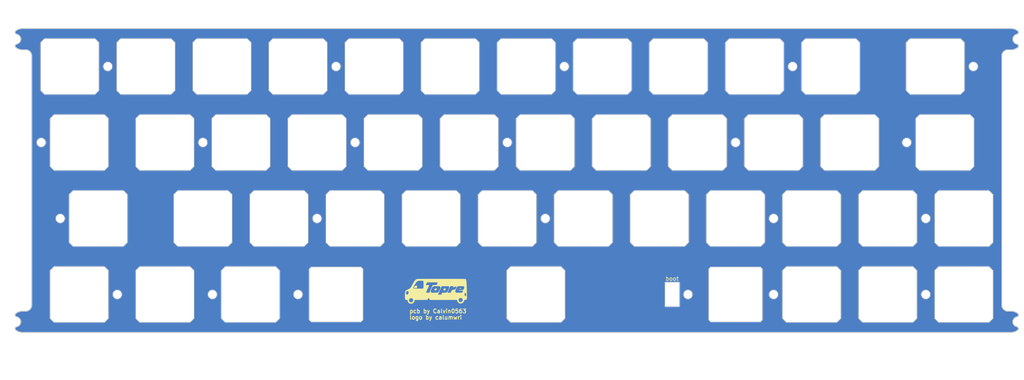
<source format=kicad_pcb>
(kicad_pcb (version 20240108) (generator "pcbnew") (generator_version "8.0")
  (layers (0 "F.Cu" signal) (31 "B.Cu" signal) (34 "B.Paste" user) (35 "F.Paste" user) (36 "B.SilkS" user "B.Silkscreen") (37 "F.SilkS" user "F.Silkscreen") (38 "B.Mask" user) (39 "F.Mask" user) (44 "Edge.Cuts" user))
  (net 0 "")
  (net 1 "GND")
  (footprint "cipulot_parts:ecs_plate_cut_1U" (layer "F.Cu") (at 146.84375 30.95625)
    (property "Reference" "REF**")
    (property "Value" "Value " (hide yes))
    (fp_line (start -7.3 -6) (end -7.3 6) (stroke (width 0.12)) (layer "Edge.Cuts"))
    (fp_line (start -7.3 6) (end -6.3 7) (stroke (width 0.12)) (layer "Edge.Cuts"))
    (fp_line (start -6.3 -7) (end -7.3 -6) (stroke (width 0.12)) (layer "Edge.Cuts"))
    (fp_line (start -6.3 7) (end 6.3 7) (stroke (width 0.12)) (layer "Edge.Cuts"))
    (fp_line (start 6.3 -7) (end -6.3 -7) (stroke (width 0.12)) (layer "Edge.Cuts"))
    (fp_line (start 6.3 -7) (end 7.3 -6) (stroke (width 0.12)) (layer "Edge.Cuts"))
    (fp_line (start 6.3 7) (end 7.3 6) (stroke (width 0.12)) (layer "Edge.Cuts"))
    (fp_line (start 7.3 6) (end 7.3 -6) (stroke (width 0.12)) (layer "Edge.Cuts"))
  )
  (footprint "cipulot_parts:ecs_plate_cut_1U" (layer "F.Cu") (at 56.35625 88.10625)
    (property "Reference" "REF**")
    (property "Value" "Value " (hide yes))
    (fp_line (start -7.3 -6) (end -7.3 6) (stroke (width 0.12)) (layer "Edge.Cuts"))
    (fp_line (start -7.3 6) (end -6.3 7) (stroke (width 0.12)) (layer "Edge.Cuts"))
    (fp_line (start -6.3 -7) (end -7.3 -6) (stroke (width 0.12)) (layer "Edge.Cuts"))
    (fp_line (start -6.3 7) (end 6.3 7) (stroke (width 0.12)) (layer "Edge.Cuts"))
    (fp_line (start 6.3 -7) (end -6.3 -7) (stroke (width 0.12)) (layer "Edge.Cuts"))
    (fp_line (start 6.3 -7) (end 7.3 -6) (stroke (width 0.12)) (layer "Edge.Cuts"))
    (fp_line (start 6.3 7) (end 7.3 6) (stroke (width 0.12)) (layer "Edge.Cuts"))
    (fp_line (start 7.3 6) (end 7.3 -6) (stroke (width 0.12)) (layer "Edge.Cuts"))
  )
  (footprint "cipulot_parts:ecs_plate_cut_1U" (layer "F.Cu") (at 34.925 88.10625)
    (property "Reference" "REF**")
    (property "Value" "Value " (hide yes))
    (fp_line (start -7.3 -6) (end -7.3 6) (stroke (width 0.12)) (layer "Edge.Cuts"))
    (fp_line (start -7.3 6) (end -6.3 7) (stroke (width 0.12)) (layer "Edge.Cuts"))
    (fp_line (start -6.3 -7) (end -7.3 -6) (stroke (width 0.12)) (layer "Edge.Cuts"))
    (fp_line (start -6.3 7) (end 6.3 7) (stroke (width 0.12)) (layer "Edge.Cuts"))
    (fp_line (start 6.3 -7) (end -6.3 -7) (stroke (width 0.12)) (layer "Edge.Cuts"))
    (fp_line (start 6.3 -7) (end 7.3 -6) (stroke (width 0.12)) (layer "Edge.Cuts"))
    (fp_line (start 6.3 7) (end 7.3 6) (stroke (width 0.12)) (layer "Edge.Cuts"))
    (fp_line (start 7.3 6) (end 7.3 -6) (stroke (width 0.12)) (layer "Edge.Cuts"))
  )
  (footprint "cipulot_parts:ecs_plate_cut_1U" (layer "F.Cu") (at 113.50625 50.00625)
    (property "Reference" "REF**")
    (property "Value" "Value " (hide yes))
    (fp_line (start -7.3 -6) (end -7.3 6) (stroke (width 0.12)) (layer "Edge.Cuts"))
    (fp_line (start -7.3 6) (end -6.3 7) (stroke (width 0.12)) (layer "Edge.Cuts"))
    (fp_line (start -6.3 -7) (end -7.3 -6) (stroke (width 0.12)) (layer "Edge.Cuts"))
    (fp_line (start -6.3 7) (end 6.3 7) (stroke (width 0.12)) (layer "Edge.Cuts"))
    (fp_line (start 6.3 -7) (end -6.3 -7) (stroke (width 0.12)) (layer "Edge.Cuts"))
    (fp_line (start 6.3 -7) (end 7.3 -6) (stroke (width 0.12)) (layer "Edge.Cuts"))
    (fp_line (start 6.3 7) (end 7.3 6) (stroke (width 0.12)) (layer "Edge.Cuts"))
    (fp_line (start 7.3 6) (end 7.3 -6) (stroke (width 0.12)) (layer "Edge.Cuts"))
  )
  (footprint "cipulot_parts:ecs_plate_cut_1U" (layer "F.Cu") (at 180.18125 69.05625)
    (property "Reference" "REF**")
    (property "Value" "Value " (hide yes))
    (fp_line (start -7.3 -6) (end -7.3 6) (stroke (width 0.12)) (layer "Edge.Cuts"))
    (fp_line (start -7.3 6) (end -6.3 7) (stroke (width 0.12)) (layer "Edge.Cuts"))
    (fp_line (start -6.3 -7) (end -7.3 -6) (stroke (width 0.12)) (layer "Edge.Cuts"))
    (fp_line (start -6.3 7) (end 6.3 7) (stroke (width 0.12)) (layer "Edge.Cuts"))
    (fp_line (start 6.3 -7) (end -6.3 -7) (stroke (width 0.12)) (layer "Edge.Cuts"))
    (fp_line (start 6.3 -7) (end 7.3 -6) (stroke (width 0.12)) (layer "Edge.Cuts"))
    (fp_line (start 6.3 7) (end 7.3 6) (stroke (width 0.12)) (layer "Edge.Cuts"))
    (fp_line (start 7.3 6) (end 7.3 -6) (stroke (width 0.12)) (layer "Edge.Cuts"))
  )
  (footprint "cipulot_parts:ecs_plate_cut_1U" (layer "F.Cu") (at 94.45625 50.00625)
    (property "Reference" "REF**")
    (property "Value" "Value " (hide yes))
    (fp_line (start -7.3 -6) (end -7.3 6) (stroke (width 0.12)) (layer "Edge.Cuts"))
    (fp_line (start -7.3 6) (end -6.3 7) (stroke (width 0.12)) (layer "Edge.Cuts"))
    (fp_line (start -6.3 -7) (end -7.3 -6) (stroke (width 0.12)) (layer "Edge.Cuts"))
    (fp_line (start -6.3 7) (end 6.3 7) (stroke (width 0.12)) (layer "Edge.Cuts"))
    (fp_line (start 6.3 -7) (end -6.3 -7) (stroke (width 0.12)) (layer "Edge.Cuts"))
    (fp_line (start 6.3 -7) (end 7.3 -6) (stroke (width 0.12)) (layer "Edge.Cuts"))
    (fp_line (start 6.3 7) (end 7.3 6) (stroke (width 0.12)) (layer "Edge.Cuts"))
    (fp_line (start 7.3 6) (end 7.3 -6) (stroke (width 0.12)) (layer "Edge.Cuts"))
  )
  (footprint "cipulot_parts:ecs_plate_cut_1U" (layer "F.Cu") (at 75.40625 50.00625)
    (property "Reference" "REF**")
    (property "Value" "Value " (hide yes))
    (fp_line (start -7.3 -6) (end -7.3 6) (stroke (width 0.12)) (layer "Edge.Cuts"))
    (fp_line (start -7.3 6) (end -6.3 7) (stroke (width 0.12)) (layer "Edge.Cuts"))
    (fp_line (start -6.3 -7) (end -7.3 -6) (stroke (width 0.12)) (layer "Edge.Cuts"))
    (fp_line (start -6.3 7) (end 6.3 7) (stroke (width 0.12)) (layer "Edge.Cuts"))
    (fp_line (start 6.3 -7) (end -6.3 -7) (stroke (width 0.12)) (layer "Edge.Cuts"))
    (fp_line (start 6.3 -7) (end 7.3 -6) (stroke (width 0.12)) (layer "Edge.Cuts"))
    (fp_line (start 6.3 7) (end 7.3 6) (stroke (width 0.12)) (layer "Edge.Cuts"))
    (fp_line (start 7.3 6) (end 7.3 -6) (stroke (width 0.12)) (layer "Edge.Cuts"))
  )
  (footprint "cipulot_parts:ecs_plate_cut_1U" (layer "F.Cu") (at 223.04375 30.95625)
    (property "Reference" "REF**")
    (property "Value" "Value " (hide yes))
    (fp_line (start -7.3 -6) (end -7.3 6) (stroke (width 0.12)) (layer "Edge.Cuts"))
    (fp_line (start -7.3 6) (end -6.3 7) (stroke (width 0.12)) (layer "Edge.Cuts"))
    (fp_line (start -6.3 -7) (end -7.3 -6) (stroke (width 0.12)) (layer "Edge.Cuts"))
    (fp_line (start -6.3 7) (end 6.3 7) (stroke (width 0.12)) (layer "Edge.Cuts"))
    (fp_line (start 6.3 -7) (end -6.3 -7) (stroke (width 0.12)) (layer "Edge.Cuts"))
    (fp_line (start 6.3 -7) (end 7.3 -6) (stroke (width 0.12)) (layer "Edge.Cuts"))
    (fp_line (start 6.3 7) (end 7.3 6) (stroke (width 0.12)) (layer "Edge.Cuts"))
    (fp_line (start 7.3 6) (end 7.3 -6) (stroke (width 0.12)) (layer "Edge.Cuts"))
  )
  (footprint "cipulot_parts:ecs_plate_cut_1U" (layer "F.Cu") (at 251.61875 50.00625)
    (property "Reference" "REF**")
    (property "Value" "Value " (hide yes))
    (fp_line (start -7.3 -6) (end -7.3 6) (stroke (width 0.12)) (layer "Edge.Cuts"))
    (fp_line (start -7.3 6) (end -6.3 7) (stroke (width 0.12)) (layer "Edge.Cuts"))
    (fp_line (start -6.3 -7) (end -7.3 -6) (stroke (width 0.12)) (layer "Edge.Cuts"))
    (fp_line (start -6.3 7) (end 6.3 7) (stroke (width 0.12)) (layer "Edge.Cuts"))
    (fp_line (start 6.3 -7) (end -6.3 -7) (stroke (width 0.12)) (layer "Edge.Cuts"))
    (fp_line (start 6.3 -7) (end 7.3 -6) (stroke (width 0.12)) (layer "Edge.Cuts"))
    (fp_line (start 6.3 7) (end 7.3 6) (stroke (width 0.12)) (layer "Edge.Cuts"))
    (fp_line (start 7.3 6) (end 7.3 -6) (stroke (width 0.12)) (layer "Edge.Cuts"))
  )
  (footprint "cipulot_parts:ecs_plate_cut_1U" (layer "F.Cu") (at 249.2375 30.95625)
    (property "Reference" "REF**")
    (property "Value" "Value " (hide yes))
    (fp_line (start -7.3 -6) (end -7.3 6) (stroke (width 0.12)) (layer "Edge.Cuts"))
    (fp_line (start -7.3 6) (end -6.3 7) (stroke (width 0.12)) (layer "Edge.Cuts"))
    (fp_line (start -6.3 -7) (end -7.3 -6) (stroke (width 0.12)) (layer "Edge.Cuts"))
    (fp_line (start -6.3 7) (end 6.3 7) (stroke (width 0.12)) (layer "Edge.Cuts"))
    (fp_line (start 6.3 -7) (end -6.3 -7) (stroke (width 0.12)) (layer "Edge.Cuts"))
    (fp_line (start 6.3 -7) (end 7.3 -6) (stroke (width 0.12)) (layer "Edge.Cuts"))
    (fp_line (start 6.3 7) (end 7.3 6) (stroke (width 0.12)) (layer "Edge.Cuts"))
    (fp_line (start 7.3 6) (end 7.3 -6) (stroke (width 0.12)) (layer "Edge.Cuts"))
  )
  (footprint "cipulot_parts:ecs_plate_cut_1U" (layer "F.Cu") (at 127.79375 30.95625)
    (property "Reference" "REF**")
    (property "Value" "Value " (hide yes))
    (fp_line (start -7.3 -6) (end -7.3 6) (stroke (width 0.12)) (layer "Edge.Cuts"))
    (fp_line (start -7.3 6) (end -6.3 7) (stroke (width 0.12)) (layer "Edge.Cuts"))
    (fp_line (start -6.3 -7) (end -7.3 -6) (stroke (width 0.12)) (layer "Edge.Cuts"))
    (fp_line (start -6.3 7) (end 6.3 7) (stroke (width 0.12)) (layer "Edge.Cuts"))
    (fp_line (start 6.3 -7) (end -6.3 -7) (stroke (width 0.12)) (layer "Edge.Cuts"))
    (fp_line (start 6.3 -7) (end 7.3 -6) (stroke (width 0.12)) (layer "Edge.Cuts"))
    (fp_line (start 6.3 7) (end 7.3 6) (stroke (width 0.12)) (layer "Edge.Cuts"))
    (fp_line (start 7.3 6) (end 7.3 -6) (stroke (width 0.12)) (layer "Edge.Cuts"))
  )
  (footprint "LOGO" (layer "F.Cu") (at 123.825 87.3125)
    (property "Reference" "G***" (hide yes))
    (property "Value" "LOGO" (hide yes))
  )
  (footprint "cipulot_parts:ecs_plate_cut_1U" (layer "F.Cu") (at 208.75625 50.00625)
    (property "Reference" "REF**")
    (property "Value" "Value " (hide yes))
    (fp_line (start -7.3 -6) (end -7.3 6) (stroke (width 0.12)) (layer "Edge.Cuts"))
    (fp_line (start -7.3 6) (end -6.3 7) (stroke (width 0.12)) (layer "Edge.Cuts"))
    (fp_line (start -6.3 -7) (end -7.3 -6) (stroke (width 0.12)) (layer "Edge.Cuts"))
    (fp_line (start -6.3 7) (end 6.3 7) (stroke (width 0.12)) (layer "Edge.Cuts"))
    (fp_line (start 6.3 -7) (end -6.3 -7) (stroke (width 0.12)) (layer "Edge.Cuts"))
    (fp_line (start 6.3 -7) (end 7.3 -6) (stroke (width 0.12)) (layer "Edge.Cuts"))
    (fp_line (start 6.3 7) (end 7.3 6) (stroke (width 0.12)) (layer "Edge.Cuts"))
    (fp_line (start 7.3 6) (end 7.3 -6) (stroke (width 0.12)) (layer "Edge.Cuts"))
  )
  (footprint "cipulot_parts:ecs_plate_cut_1U" (layer "F.Cu") (at 84.93125 69.05625)
    (property "Reference" "REF**")
    (property "Value" "Value " (hide yes))
    (fp_line (start -7.3 -6) (end -7.3 6) (stroke (width 0.12)) (layer "Edge.Cuts"))
    (fp_line (start -7.3 6) (end -6.3 7) (stroke (width 0.12)) (layer "Edge.Cuts"))
    (fp_line (start -6.3 -7) (end -7.3 -6) (stroke (width 0.12)) (layer "Edge.Cuts"))
    (fp_line (start -6.3 7) (end 6.3 7) (stroke (width 0.12)) (layer "Edge.Cuts"))
    (fp_line (start 6.3 -7) (end -6.3 -7) (stroke (width 0.12)) (layer "Edge.Cuts"))
    (fp_line (start 6.3 -7) (end 7.3 -6) (stroke (width 0.12)) (layer "Edge.Cuts"))
    (fp_line (start 6.3 7) (end 7.3 6) (stroke (width 0.12)) (layer "Edge.Cuts"))
    (fp_line (start 7.3 6) (end 7.3 -6) (stroke (width 0.12)) (layer "Edge.Cuts"))
  )
  (footprint "cipulot_parts:ecs_plate_cut_1U" (layer "F.Cu") (at 39.6875 69.05625)
    (property "Reference" "REF**")
    (property "Value" "Value " (hide yes))
    (fp_line (start -7.3 -6) (end -7.3 6) (stroke (width 0.12)) (layer "Edge.Cuts"))
    (fp_line (start -7.3 6) (end -6.3 7) (stroke (width 0.12)) (layer "Edge.Cuts"))
    (fp_line (start -6.3 -7) (end -7.3 -6) (stroke (width 0.12)) (layer "Edge.Cuts"))
    (fp_line (start -6.3 7) (end 6.3 7) (stroke (width 0.12)) (layer "Edge.Cuts"))
    (fp_line (start 6.3 -7) (end -6.3 -7) (stroke (width 0.12)) (layer "Edge.Cuts"))
    (fp_line (start 6.3 -7) (end 7.3 -6) (stroke (width 0.12)) (layer "Edge.Cuts"))
    (fp_line (start 6.3 7) (end 7.3 6) (stroke (width 0.12)) (layer "Edge.Cuts"))
    (fp_line (start 7.3 6) (end 7.3 -6) (stroke (width 0.12)) (layer "Edge.Cuts"))
  )
  (footprint "cipulot_parts:ecs_plate_cut_1U" (layer "F.Cu") (at 199.23125 69.05625)
    (property "Reference" "REF**")
    (property "Value" "Value " (hide yes))
    (fp_line (start -7.3 -6) (end -7.3 6) (stroke (width 0.12)) (layer "Edge.Cuts"))
    (fp_line (start -7.3 6) (end -6.3 7) (stroke (width 0.12)) (layer "Edge.Cuts"))
    (fp_line (start -6.3 -7) (end -7.3 -6) (stroke (width 0.12)) (layer "Edge.Cuts"))
    (fp_line (start -6.3 7) (end 6.3 7) (stroke (width 0.12)) (layer "Edge.Cuts"))
    (fp_line (start 6.3 -7) (end -6.3 -7) (stroke (width 0.12)) (layer "Edge.Cuts"))
    (fp_line (start 6.3 -7) (end 7.3 -6) (stroke (width 0.12)) (layer "Edge.Cuts"))
    (fp_line (start 6.3 7) (end 7.3 6) (stroke (width 0.12)) (layer "Edge.Cuts"))
    (fp_line (start 7.3 6) (end 7.3 -6) (stroke (width 0.12)) (layer "Edge.Cuts"))
  )
  (footprint "cipulot_parts:ecs_plate_cut_1U" (layer "F.Cu") (at 149.225 88.10625)
    (property "Reference" "REF**")
    (property "Value" "Value " (hide yes))
    (fp_line (start -7.3 -6) (end -7.3 6) (stroke (width 0.12)) (layer "Edge.Cuts"))
    (fp_line (start -7.3 6) (end -6.3 7) (stroke (width 0.12)) (layer "Edge.Cuts"))
    (fp_line (start -6.3 -7) (end -7.3 -6) (stroke (width 0.12)) (layer "Edge.Cuts"))
    (fp_line (start -6.3 7) (end 6.3 7) (stroke (width 0.12)) (layer "Edge.Cuts"))
    (fp_line (start 6.3 -7) (end -6.3 -7) (stroke (width 0.12)) (layer "Edge.Cuts"))
    (fp_line (start 6.3 -7) (end 7.3 -6) (stroke (width 0.12)) (layer "Edge.Cuts"))
    (fp_line (start 6.3 7) (end 7.3 6) (stroke (width 0.12)) (layer "Edge.Cuts"))
    (fp_line (start 7.3 6) (end 7.3 -6) (stroke (width 0.12)) (layer "Edge.Cuts"))
  )
  (footprint "cipulot_parts:ecs_plate_cut_1U" (layer "F.Cu") (at 189.70625 50.00625)
    (property "Reference" "REF**")
    (property "Value" "Value " (hide yes))
    (fp_line (start -7.3 -6) (end -7.3 6) (stroke (width 0.12)) (layer "Edge.Cuts"))
    (fp_line (start -7.3 6) (end -6.3 7) (stroke (width 0.12)) (layer "Edge.Cuts"))
    (fp_line (start -6.3 -7) (end -7.3 -6) (stroke (width 0.12)) (layer "Edge.Cuts"))
    (fp_line (start -6.3 7) (end 6.3 7) (stroke (width 0.12)) (layer "Edge.Cuts"))
    (fp_line (start 6.3 -7) (end -6.3 -7) (stroke (width 0.12)) (layer "Edge.Cuts"))
    (fp_line (start 6.3 -7) (end 7.3 -6) (stroke (width 0.12)) (layer "Edge.Cuts"))
    (fp_line (start 6.3 7) (end 7.3 6) (stroke (width 0.12)) (layer "Edge.Cuts"))
    (fp_line (start 7.3 6) (end 7.3 -6) (stroke (width 0.12)) (layer "Edge.Cuts"))
  )
  (footprint "cipulot_parts:ecs_plate_cut_1U" (layer "F.Cu") (at 34.925 50.00625)
    (property "Reference" "REF**")
    (property "Value" "Value " (hide yes))
    (fp_line (start -7.3 -6) (end -7.3 6) (stroke (width 0.12)) (layer "Edge.Cuts"))
    (fp_line (start -7.3 6) (end -6.3 7) (stroke (width 0.12)) (layer "Edge.Cuts"))
    (fp_line (start -6.3 -7) (end -7.3 -6) (stroke (width 0.12)) (layer "Edge.Cuts"))
    (fp_line (start -6.3 7) (end 6.3 7) (stroke (width 0.12)) (layer "Edge.Cuts"))
    (fp_line (start 6.3 -7) (end -6.3 -7) (stroke (width 0.12)) (layer "Edge.Cuts"))
    (fp_line (start 6.3 -7) (end 7.3 -6) (stroke (width 0.12)) (layer "Edge.Cuts"))
    (fp_line (start 6.3 7) (end 7.3 6) (stroke (width 0.12)) (layer "Edge.Cuts"))
    (fp_line (start 7.3 6) (end 7.3 -6) (stroke (width 0.12)) (layer "Edge.Cuts"))
  )
  (footprint "cipulot_parts:ecs_plate_cut_1U" (layer "F.Cu") (at 56.35625 50.00625)
    (property "Reference" "REF**")
    (property "Value" "Value " (hide yes))
    (fp_line (start -7.3 -6) (end -7.3 6) (stroke (width 0.12)) (layer "Edge.Cuts"))
    (fp_line (start -7.3 6) (end -6.3 7) (stroke (width 0.12)) (layer "Edge.Cuts"))
    (fp_line (start -6.3 -7) (end -7.3 -6) (stroke (width 0.12)) (layer "Edge.Cuts"))
    (fp_line (start -6.3 7) (end 6.3 7) (stroke (width 0.12)) (layer "Edge.Cuts"))
    (fp_line (start 6.3 -7) (end -6.3 -7) (stroke (width 0.12)) (layer "Edge.Cuts"))
    (fp_line (start 6.3 -7) (end 7.3 -6) (stroke (width 0.12)) (layer "Edge.Cuts"))
    (fp_line (start 6.3 7) (end 7.3 6) (stroke (width 0.12)) (layer "Edge.Cuts"))
    (fp_line (start 7.3 6) (end 7.3 -6) (stroke (width 0.12)) (layer "Edge.Cuts"))
  )
  (footprint "cipulot_parts:ecs_plate_cut_1U" (layer "F.Cu") (at 256.38125 88.10625)
    (property "Reference" "REF**")
    (property "Value" "Value " (hide yes))
    (fp_line (start -7.3 -6) (end -7.3 6) (stroke (width 0.12)) (layer "Edge.Cuts"))
    (fp_line (start -7.3 6) (end -6.3 7) (stroke (width 0.12)) (layer "Edge.Cuts"))
    (fp_line (start -6.3 -7) (end -7.3 -6) (stroke (width 0.12)) (layer "Edge.Cuts"))
    (fp_line (start -6.3 7) (end 6.3 7) (stroke (width 0.12)) (layer "Edge.Cuts"))
    (fp_line (start 6.3 -7) (end -6.3 -7) (stroke (width 0.12)) (layer "Edge.Cuts"))
    (fp_line (start 6.3 -7) (end 7.3 -6) (stroke (width 0.12)) (layer "Edge.Cuts"))
    (fp_line (start 6.3 7) (end 7.3 6) (stroke (width 0.12)) (layer "Edge.Cuts"))
    (fp_line (start 7.3 6) (end 7.3 -6) (stroke (width 0.12)) (layer "Edge.Cuts"))
  )
  (footprint "cipulot_parts:ecs_plate_cut_1U" (layer "F.Cu") (at 123.03125 69.05625)
    (property "Reference" "REF**")
    (property "Value" "Value " (hide yes))
    (fp_line (start -7.3 -6) (end -7.3 6) (stroke (width 0.12)) (layer "Edge.Cuts"))
    (fp_line (start -7.3 6) (end -6.3 7) (stroke (width 0.12)) (layer "Edge.Cuts"))
    (fp_line (start -6.3 -7) (end -7.3 -6) (stroke (width 0.12)) (layer "Edge.Cuts"))
    (fp_line (start -6.3 7) (end 6.3 7) (stroke (width 0.12)) (layer "Edge.Cuts"))
    (fp_line (start 6.3 -7) (end -6.3 -7) (stroke (width 0.12)) (layer "Edge.Cuts"))
    (fp_line (start 6.3 -7) (end 7.3 -6) (stroke (width 0.12)) (layer "Edge.Cuts"))
    (fp_line (start 6.3 7) (end 7.3 6) (stroke (width 0.12)) (layer "Edge.Cuts"))
    (fp_line (start 7.3 6) (end 7.3 -6) (stroke (width 0.12)) (layer "Edge.Cuts"))
  )
  (footprint "cipulot_parts:ecs_plate_cut_1U" (layer "F.Cu") (at 32.54375 30.95625)
    (property "Reference" "REF**")
    (property "Value" "Value " (hide yes))
    (fp_line (start -7.3 -6) (end -7.3 6) (stroke (width 0.12)) (layer "Edge.Cuts"))
    (fp_line (start -7.3 6) (end -6.3 7) (stroke (width 0.12)) (layer "Edge.Cuts"))
    (fp_line (start -6.3 -7) (end -7.3 -6) (stroke (width 0.12)) (layer "Edge.Cuts"))
    (fp_line (start -6.3 7) (end 6.3 7) (stroke (width 0.12)) (layer "Edge.Cuts"))
    (fp_line (start 6.3 -7) (end -6.3 -7) (stroke (width 0.12)) (layer "Edge.Cuts"))
    (fp_line (start 6.3 -7) (end 7.3 -6) (stroke (width 0.12)) (layer "Edge.Cuts"))
    (fp_line (start 6.3 7) (end 7.3 6) (stroke (width 0.12)) (layer "Edge.Cuts"))
    (fp_line (start 7.3 6) (end 7.3 -6) (stroke (width 0.12)) (layer "Edge.Cuts"))
  )
  (footprint "cipulot_parts:ecs_plate_cut_1U" (layer "F.Cu") (at 161.13125 69.05625)
    (property "Reference" "REF**")
    (property "Value" "Value " (hide yes))
    (fp_line (start -7.3 -6) (end -7.3 6) (stroke (width 0.12)) (layer "Edge.Cuts"))
    (fp_line (start -7.3 6) (end -6.3 7) (stroke (width 0.12)) (layer "Edge.Cuts"))
    (fp_line (start -6.3 -7) (end -7.3 -6) (stroke (width 0.12)) (layer "Edge.Cuts"))
    (fp_line (start -6.3 7) (end 6.3 7) (stroke (width 0.12)) (layer "Edge.Cuts"))
    (fp_line (start 6.3 -7) (end -6.3 -7) (stroke (width 0.12)) (layer "Edge.Cuts"))
    (fp_line (start 6.3 -7) (end 7.3 -6) (stroke (width 0.12)) (layer "Edge.Cuts"))
    (fp_line (start 6.3 7) (end 7.3 6) (stroke (width 0.12)) (layer "Edge.Cuts"))
    (fp_line (start 7.3 6) (end 7.3 -6) (stroke (width 0.12)) (layer "Edge.Cuts"))
  )
  (footprint "cipulot_parts:ecs_plate_cut_1U" (layer "F.Cu") (at 132.55625 50.00625)
    (property "Reference" "REF**")
    (property "Value" "Value " (hide yes))
    (fp_line (start -7.3 -6) (end -7.3 6) (stroke (width 0.12)) (layer "Edge.Cuts"))
    (fp_line (start -7.3 6) (end -6.3 7) (stroke (width 0.12)) (layer "Edge.Cuts"))
    (fp_line (start -6.3 -7) (end -7.3 -6) (stroke (width 0.12)) (layer "Edge.Cuts"))
    (fp_line (start -6.3 7) (end 6.3 7) (stroke (width 0.12)) (layer "Edge.Cuts"))
    (fp_line (start 6.3 -7) (end -6.3 -7) (stroke (width 0.12)) (layer "Edge.Cuts"))
    (fp_line (start 6.3 -7) (end 7.3 -6) (stroke (width 0.12)) (layer "Edge.Cuts"))
    (fp_line (start 6.3 7) (end 7.3 6) (stroke (width 0.12)) (layer "Edge.Cuts"))
    (fp_line (start 7.3 6) (end 7.3 -6) (stroke (width 0.12)) (layer "Edge.Cuts"))
  )
  (footprint "cipulot_parts:ecs_plate_cut_6.25U_space_stab" (layer "F.Cu") (at 149.225 88.10625)
    (property "Reference" "REF**")
    (property "Value" "Value " (hide yes))
    (fp_line (start -56.7375 -6.3635) (end -56.7375 6.3635) (stroke (width 0.12)) (layer "Edge.Cuts"))
    (fp_line (start -56.7375 6.3635) (end -56.2305 6.8705) (stroke (width 0.12)) (layer "Edge.Cuts"))
    (fp_line (start -56.2305 -6.8705) (end -56.7375 -6.3635) (stroke (width 0.12)) (layer "Edge.Cuts"))
    (fp_line (start -56.2305 6.8705) (end -43.7825 6.8705) (stroke (width 0.12)) (layer "Edge.Cuts"))
    (fp_line (start -43.7825 -6.8705) (end -56.2305 -6.8705) (stroke (width 0.12)) (layer "Edge.Cuts"))
    (fp_line (start -43.7825 6.8705) (end -43.2755 6.3635) (stroke (width 0.12)) (layer "Edge.Cuts"))
    (fp_line (start -43.2755 -6.3635) (end -43.7825 -6.8705) (stroke (width 0.12)) (layer "Edge.Cuts"))
    (fp_line (start -43.2755 6.3635) (end -43.2755 -6.3635) (stroke (width 0.12)) (layer "Edge.Cuts"))
    (fp_line (start 43.2755 -6.3635) (end 43.2755 6.3635) (stroke (width 0.12)) (layer "Edge.Cuts"))
    (fp_line (start 43.2755 -6.3635) (end 43.7755 -6.8705) (stroke (width 0.12)) (layer "Edge.Cuts"))
    (fp_line (start 43.2755 6.3635) (end 43.7825 6.8705) (stroke (width 0.12)) (layer "Edge.Cuts"))
    (fp_line (start 43.7755 -6.8705) (end 56.2375 -6.8705) (stroke (width 0.12)) (layer "Edge.Cuts"))
    (fp_line (start 43.7825 6.8705) (end 56.2305 6.8705) (stroke (width 0.12)) (layer "Edge.Cuts"))
    (fp_line (start 56.2305 6.8705) (end 56.7375 6.3635) (stroke (width 0.12)) (layer "Edge.Cuts"))
    (fp_line (start 56.2375 -6.8705) (end 56.7375 -6.3635) (stroke (width 0.12)) (layer "Edge.Cuts"))
    (fp_line (start 56.7375 6.3635) (end 56.7375 -6.3635) (stroke (width 0.12)) (layer "Edge.Cuts"))
  )
  (footprint "cipulot_parts:ecs_plate_cut_1U" (layer "F.Cu") (at 65.88125 69.05625)
    (property "Reference" "REF**")
    (property "Value" "Value " (hide yes))
    (fp_line (start -7.3 -6) (end -7.3 6) (stroke (width 0.12)) (layer "Edge.Cuts"))
    (fp_line (start -7.3 6) (end -6.3 7) (stroke (width 0.12)) (layer "Edge.Cuts"))
    (fp_line (start -6.3 -7) (end -7.3 -6) (stroke (width 0.12)) (layer "Edge.Cuts"))
    (fp_line (start -6.3 7) (end 6.3 7) (stroke (width 0.12)) (layer "Edge.Cuts"))
    (fp_line (start 6.3 -7) (end -6.3 -7) (stroke (width 0.12)) (layer "Edge.Cuts"))
    (fp_line (start 6.3 -7) (end 7.3 -6) (stroke (width 0.12)) (layer "Edge.Cuts"))
    (fp_line (start 6.3 7) (end 7.3 6) (stroke (width 0.12)) (layer "Edge.Cuts"))
    (fp_line (start 7.3 6) (end 7.3 -6) (stroke (width 0.12)) (layer "Edge.Cuts"))
  )
  (footprint "cipulot_parts:ecs_plate_cut_1U" (layer "F.Cu") (at 108.74375 30.95625)
    (property "Reference" "REF**")
    (property "Value" "Value " (hide yes))
    (fp_line (start -7.3 -6) (end -7.3 6) (stroke (width 0.12)) (layer "Edge.Cuts"))
    (fp_line (start -7.3 6) (end -6.3 7) (stroke (width 0.12)) (layer "Edge.Cuts"))
    (fp_line (start -6.3 -7) (end -7.3 -6) (stroke (width 0.12)) (layer "Edge.Cuts"))
    (fp_line (start -6.3 7) (end 6.3 7) (stroke (width 0.12)) (layer "Edge.Cuts"))
    (fp_line (start 6.3 -7) (end -6.3 -7) (stroke (width 0.12)) (layer "Edge.Cuts"))
    (fp_line (start 6.3 -7) (end 7.3 -6) (stroke (width 0.12)) (layer "Edge.Cuts"))
    (fp_line (start 6.3 7) (end 7.3 6) (stroke (width 0.12)) (layer "Edge.Cuts"))
    (fp_line (start 7.3 6) (end 7.3 -6) (stroke (width 0.12)) (layer "Edge.Cuts"))
  )
  (footprint "cipulot_parts:ecs_plate_cut_1U" (layer "F.Cu") (at 51.59375 30.95625)
    (property "Reference" "REF**")
    (property "Value" "Value " (hide yes))
    (fp_line (start -7.3 -6) (end -7.3 6) (stroke (width 0.12)) (layer "Edge.Cuts"))
    (fp_line (start -7.3 6) (end -6.3 7) (stroke (width 0.12)) (layer "Edge.Cuts"))
    (fp_line (start -6.3 -7) (end -7.3 -6) (stroke (width 0.12)) (layer "Edge.Cuts"))
    (fp_line (start -6.3 7) (end 6.3 7) (stroke (width 0.12)) (layer "Edge.Cuts"))
    (fp_line (start 6.3 -7) (end -6.3 -7) (stroke (width 0.12)) (layer "Edge.Cuts"))
    (fp_line (start 6.3 -7) (end 7.3 -6) (stroke (width 0.12)) (layer "Edge.Cuts"))
    (fp_line (start 6.3 7) (end 7.3 6) (stroke (width 0.12)) (layer "Edge.Cuts"))
    (fp_line (start 7.3 6) (end 7.3 -6) (stroke (width 0.12)) (layer "Edge.Cuts"))
  )
  (footprint "cipulot_parts:ecs_plate_cut_1U" (layer "F.Cu") (at 237.33125 69.05625)
    (property "Reference" "REF**")
    (property "Value" "Value " (hide yes))
    (fp_line (start -7.3 -6) (end -7.3 6) (stroke (width 0.12)) (layer "Edge.Cuts"))
    (fp_line (start -7.3 6) (end -6.3 7) (stroke (width 0.12)) (layer "Edge.Cuts"))
    (fp_line (start -6.3 -7) (end -7.3 -6) (stroke (width 0.12)) (layer "Edge.Cuts"))
    (fp_line (start -6.3 7) (end 6.3 7) (stroke (width 0.12)) (layer "Edge.Cuts"))
    (fp_line (start 6.3 -7) (end -6.3 -7) (stroke (width 0.12)) (layer "Edge.Cuts"))
    (fp_line (start 6.3 -7) (end 7.3 -6) (stroke (width 0.12)) (layer "Edge.Cuts"))
    (fp_line (start 6.3 7) (end 7.3 6) (stroke (width 0.12)) (layer "Edge.Cuts"))
    (fp_line (start 7.3 6) (end 7.3 -6) (stroke (width 0.12)) (layer "Edge.Cuts"))
  )
  (footprint "cipulot_parts:ecs_plate_cut_1U" (layer "F.Cu") (at 256.38125 69.05625)
    (property "Reference" "REF**")
    (property "Value" "Value " (hide yes))
    (fp_line (start -7.3 -6) (end -7.3 6) (stroke (width 0.12)) (layer "Edge.Cuts"))
    (fp_line (start -7.3 6) (end -6.3 7) (stroke (width 0.12)) (layer "Edge.Cuts"))
    (fp_line (start -6.3 -7) (end -7.3 -6) (stroke (width 0.12)) (layer "Edge.Cuts"))
    (fp_line (start -6.3 7) (end 6.3 7) (stroke (width 0.12)) (layer "Edge.Cuts"))
    (fp_line (start 6.3 -7) (end -6.3 -7) (stroke (width 0.12)) (layer "Edge.Cuts"))
    (fp_line (start 6.3 -7) (end 7.3 -6) (stroke (width 0.12)) (layer "Edge.Cuts"))
    (fp_line (start 6.3 7) (end 7.3 6) (stroke (width 0.12)) (layer "Edge.Cuts"))
    (fp_line (start 7.3 6) (end 7.3 -6) (stroke (width 0.12)) (layer "Edge.Cuts"))
  )
  (footprint "cipulot_parts:ecs_plate_cut_1U" (layer "F.Cu") (at 218.28125 88.10625)
    (property "Reference" "REF**")
    (property "Value" "Value " (hide yes))
    (fp_line (start -7.3 -6) (end -7.3 6) (stroke (width 0.12)) (layer "Edge.Cuts"))
    (fp_line (start -7.3 6) (end -6.3 7) (stroke (width 0.12)) (layer "Edge.Cuts"))
    (fp_line (start -6.3 -7) (end -7.3 -6) (stroke (width 0.12)) (layer "Edge.Cuts"))
    (fp_line (start -6.3 7) (end 6.3 7) (stroke (width 0.12)) (layer "Edge.Cuts"))
    (fp_line (start 6.3 -7) (end -6.3 -7) (stroke (width 0.12)) (layer "Edge.Cuts"))
    (fp_line (start 6.3 -7) (end 7.3 -6) (stroke (width 0.12)) (layer "Edge.Cuts"))
    (fp_line (start 6.3 7) (end 7.3 6) (stroke (width 0.12)) (layer "Edge.Cuts"))
    (fp_line (start 7.3 6) (end 7.3 -6) (stroke (width 0.12)) (layer "Edge.Cuts"))
  )
  (footprint "cipulot_parts:ecs_plate_cut_1U" (layer "F.Cu") (at 103.98125 69.05625)
    (property "Reference" "REF**")
    (property "Value" "Value " (hide yes))
    (fp_line (start -7.3 -6) (end -7.3 6) (stroke (width 0.12)) (layer "Edge.Cuts"))
    (fp_line (start -7.3 6) (end -6.3 7) (stroke (width 0.12)) (layer "Edge.Cuts"))
    (fp_line (start -6.3 -7) (end -7.3 -6) (stroke (width 0.12)) (layer "Edge.Cuts"))
    (fp_line (start -6.3 7) (end 6.3 7) (stroke (width 0.12)) (layer "Edge.Cuts"))
    (fp_line (start 6.3 -7) (end -6.3 -7) (stroke (width 0.12)) (layer "Edge.Cuts"))
    (fp_line (start 6.3 -7) (end 7.3 -6) (stroke (width 0.12)) (layer "Edge.Cuts"))
    (fp_line (start 6.3 7) (end 7.3 6) (stroke (width 0.12)) (layer "Edge.Cuts"))
    (fp_line (start 7.3 6) (end 7.3 -6) (stroke (width 0.12)) (layer "Edge.Cuts"))
  )
  (footprint "cipulot_parts:ecs_plate_cut_1U" (layer "F.Cu") (at 170.65625 50.00625)
    (property "Reference" "REF**")
    (property "Value" "Value " (hide yes))
    (fp_line (start -7.3 -6) (end -7.3 6) (stroke (width 0.12)) (layer "Edge.Cuts"))
    (fp_line (start -7.3 6) (end -6.3 7) (stroke (width 0.12)) (layer "Edge.Cuts"))
    (fp_line (start -6.3 -7) (end -7.3 -6) (stroke (width 0.12)) (layer "Edge.Cuts"))
    (fp_line (start -6.3 7) (end 6.3 7) (stroke (width 0.12)) (layer "Edge.Cuts"))
    (fp_line (start 6.3 -7) (end -6.3 -7) (stroke (width 0.12)) (layer "Edge.Cuts"))
    (fp_line (start 6.3 -7) (end 7.3 -6) (stroke (width 0.12)) (layer "Edge.Cuts"))
    (fp_line (start 6.3 7) (end 7.3 6) (stroke (width 0.12)) (layer "Edge.Cuts"))
    (fp_line (start 7.3 6) (end 7.3 -6) (stroke (width 0.12)) (layer "Edge.Cuts"))
  )
  (footprint "cipulot_parts:ecs_plate_cut_1U" (layer "F.Cu") (at 89.69375 30.95625)
    (property "Reference" "REF**")
    (property "Value" "Value " (hide yes))
    (fp_line (start -7.3 -6) (end -7.3 6) (stroke (width 0.12)) (layer "Edge.Cuts"))
    (fp_line (start -7.3 6) (end -6.3 7) (stroke (width 0.12)) (layer "Edge.Cuts"))
    (fp_line (start -6.3 -7) (end -7.3 -6) (stroke (width 0.12)) (layer "Edge.Cuts"))
    (fp_line (start -6.3 7) (end 6.3 7) (stroke (width 0.12)) (layer "Edge.Cuts"))
    (fp_line (start 6.3 -7) (end -6.3 -7) (stroke (width 0.12)) (layer "Edge.Cuts"))
    (fp_line (start 6.3 -7) (end 7.3 -6) (stroke (width 0.12)) (layer "Edge.Cuts"))
    (fp_line (start 6.3 7) (end 7.3 6) (stroke (width 0.12)) (layer "Edge.Cuts"))
    (fp_line (start 7.3 6) (end 7.3 -6) (stroke (width 0.12)) (layer "Edge.Cuts"))
  )
  (footprint "cipulot_parts:ecs_plate_cut_1U" (layer "F.Cu") (at 77.7875 88.10625)
    (property "Reference" "REF**")
    (property "Value" "Value " (hide yes))
    (fp_line (start -7.3 -6) (end -7.3 6) (stroke (width 0.12)) (layer "Edge.Cuts"))
    (fp_line (start -7.3 6) (end -6.3 7) (stroke (width 0.12)) (layer "Edge.Cuts"))
    (fp_line (start -6.3 -7) (end -7.3 -6) (stroke (width 0.12)) (layer "Edge.Cuts"))
    (fp_line (start -6.3 7) (end 6.3 7) (stroke (width 0.12)) (layer "Edge.Cuts"))
    (fp_line (start 6.3 -7) (end -6.3 -7) (stroke (width 0.12)) (layer "Edge.Cuts"))
    (fp_line (start 6.3 -7) (end 7.3 -6) (stroke (width 0.12)) (layer "Edge.Cuts"))
    (fp_line (start 6.3 7) (end 7.3 6) (stroke (width 0.12)) (layer "Edge.Cuts"))
    (fp_line (start 7.3 6) (end 7.3 -6) (stroke (width 0.12)) (layer "Edge.Cuts"))
  )
  (footprint "cipulot_parts:ecs_plate_cut_1U" (layer "F.Cu") (at 218.28125 69.05625)
    (property "Reference" "REF**")
    (property "Value" "Value " (hide yes))
    (fp_line (start -7.3 -6) (end -7.3 6) (stroke (width 0.12)) (layer "Edge.Cuts"))
    (fp_line (start -7.3 6) (end -6.3 7) (stroke (width 0.12)) (layer "Edge.Cuts"))
    (fp_line (start -6.3 -7) (end -7.3 -6) (stroke (width 0.12)) (layer "Edge.Cuts"))
    (fp_line (start -6.3 7) (end 6.3 7) (stroke (width 0.12)) (layer "Edge.Cuts"))
    (fp_line (start 6.3 -7) (end -6.3 -7) (stroke (width 0.12)) (layer "Edge.Cuts"))
    (fp_line (start 6.3 -7) (end 7.3 -6) (stroke (width 0.12)) (layer "Edge.Cuts"))
    (fp_line (start 6.3 7) (end 7.3 6) (stroke (width 0.12)) (layer "Edge.Cuts"))
    (fp_line (start 7.3 6) (end 7.3 -6) (stroke (width 0.12)) (layer "Edge.Cuts"))
  )
  (footprint "cipulot_parts:ecs_plate_cut_1U" (layer "F.Cu") (at 203.99375 30.95625)
    (property "Reference" "REF**")
    (property "Value" "Value " (hide yes))
    (fp_line (start -7.3 -6) (end -7.3 6) (stroke (width 0.12)) (layer "Edge.Cuts"))
    (fp_line (start -7.3 6) (end -6.3 7) (stroke (width 0.12)) (layer "Edge.Cuts"))
    (fp_line (start -6.3 -7) (end -7.3 -6) (stroke (width 0.12)) (layer "Edge.Cuts"))
    (fp_line (start -6.3 7) (end 6.3 7) (stroke (width 0.12)) (layer "Edge.Cuts"))
    (fp_line (start 6.3 -7) (end -6.3 -7) (stroke (width 0.12)) (layer "Edge.Cuts"))
    (fp_line (start 6.3 -7) (end 7.3 -6) (stroke (width 0.12)) (layer "Edge.Cuts"))
    (fp_line (start 6.3 7) (end 7.3 6) (stroke (width 0.12)) (layer "Edge.Cuts"))
    (fp_line (start 7.3 6) (end 7.3 -6) (stroke (width 0.12)) (layer "Edge.Cuts"))
  )
  (footprint "cipulot_parts:ecs_plate_cut_1U" (layer "F.Cu") (at 142.08125 69.05625)
    (property "Reference" "REF**")
    (property "Value" "Value " (hide yes))
    (fp_line (start -7.3 -6) (end -7.3 6) (stroke (width 0.12)) (layer "Edge.Cuts"))
    (fp_line (start -7.3 6) (end -6.3 7) (stroke (width 0.12)) (layer "Edge.Cuts"))
    (fp_line (start -6.3 -7) (end -7.3 -6) (stroke (width 0.12)) (layer "Edge.Cuts"))
    (fp_line (start -6.3 7) (end 6.3 7) (stroke (width 0.12)) (layer "Edge.Cuts"))
    (fp_line (start 6.3 -7) (end -6.3 -7) (stroke (width 0.12)) (layer "Edge.Cuts"))
    (fp_line (start 6.3 -7) (end 7.3 -6) (stroke (width 0.12)) (layer "Edge.Cuts"))
    (fp_line (start 6.3 7) (end 7.3 6) (stroke (width 0.12)) (layer "Edge.Cuts"))
    (fp_line (start 7.3 6) (end 7.3 -6) (stroke (width 0.12)) (layer "Edge.Cuts"))
  )
  (footprint "cipulot_parts:ecs_plate_cut_1U" (layer "F.Cu") (at 184.94375 30.95625)
    (property "Reference" "REF**")
    (property "Value" "Value " (hide yes))
    (fp_line (start -7.3 -6) (end -7.3 6) (stroke (width 0.12)) (layer "Edge.Cuts"))
    (fp_line (start -7.3 6) (end -6.3 7) (stroke (width 0.12)) (layer "Edge.Cuts"))
    (fp_line (start -6.3 -7) (end -7.3 -6) (stroke (width 0.12)) (layer "Edge.Cuts"))
    (fp_line (start -6.3 7) (end 6.3 7) (stroke (width 0.12)) (layer "Edge.Cuts"))
    (fp_line (start 6.3 -7) (end -6.3 -7) (stroke (width 0.12)) (layer "Edge.Cuts"))
    (fp_line (start 6.3 -7) (end 7.3 -6) (stroke (width 0.12)) (layer "Edge.Cuts"))
    (fp_line (start 6.3 7) (end 7.3 6) (stroke (width 0.12)) (layer "Edge.Cuts"))
    (fp_line (start 7.3 6) (end 7.3 -6) (stroke (width 0.12)) (layer "Edge.Cuts"))
  )
  (footprint "cipulot_parts:ecs_plate_cut_1U" (layer "F.Cu") (at 227.80625 50.00625)
    (property "Reference" "REF**")
    (property "Value" "Value " (hide yes))
    (fp_line (start -7.3 -6) (end -7.3 6) (stroke (width 0.12)) (layer "Edge.Cuts"))
    (fp_line (start -7.3 6) (end -6.3 7) (stroke (width 0.12)) (layer "Edge.Cuts"))
    (fp_line (start -6.3 -7) (end -7.3 -6) (stroke (width 0.12)) (layer "Edge.Cuts"))
    (fp_line (start -6.3 7) (end 6.3 7) (stroke (width 0.12)) (layer "Edge.Cuts"))
    (fp_line (start 6.3 -7) (end -6.3 -7) (stroke (width 0.12)) (layer "Edge.Cuts"))
    (fp_line (start 6.3 -7) (end 7.3 -6) (stroke (width 0.12)) (layer "Edge.Cuts"))
    (fp_line (start 6.3 7) (end 7.3 6) (stroke (width 0.12)) (layer "Edge.Cuts"))
    (fp_line (start 7.3 6) (end 7.3 -6) (stroke (width 0.12)) (layer "Edge.Cuts"))
  )
  (footprint "cipulot_parts:ecs_plate_cut_1U" (layer "F.Cu") (at 70.64375 30.95625)
    (property "Reference" "REF**")
    (property "Value" "Value " (hide yes))
    (fp_line (start -7.3 -6) (end -7.3 6) (stroke (width 0.12)) (layer "Edge.Cuts"))
    (fp_line (start -7.3 6) (end -6.3 7) (stroke (width 0.12)) (layer "Edge.Cuts"))
    (fp_line (start -6.3 -7) (end -7.3 -6) (stroke (width 0.12)) (layer "Edge.Cuts"))
    (fp_line (start -6.3 7) (end 6.3 7) (stroke (width 0.12)) (layer "Edge.Cuts"))
    (fp_line (start 6.3 -7) (end -6.3 -7) (stroke (width 0.12)) (layer "Edge.Cuts"))
    (fp_line (start 6.3 -7) (end 7.3 -6) (stroke (width 0.12)) (layer "Edge.Cuts"))
    (fp_line (start 6.3 7) (end 7.3 6) (stroke (width 0.12)) (layer "Edge.Cuts"))
    (fp_line (start 7.3 6) (end 7.3 -6) (stroke (width 0.12)) (layer "Edge.Cuts"))
  )
  (footprint "cipulot_parts:ecs_plate_cut_1U" (layer "F.Cu") (at 151.60625 50.00625)
    (property "Reference" "REF**")
    (property "Value" "Value " (hide yes))
    (fp_line (start -7.3 -6) (end -7.3 6) (stroke (width 0.12)) (layer "Edge.Cuts"))
    (fp_line (start -7.3 6) (end -6.3 7) (stroke (width 0.12)) (layer "Edge.Cuts"))
    (fp_line (start -6.3 -7) (end -7.3 -6) (stroke (width 0.12)) (layer "Edge.Cuts"))
    (fp_line (start -6.3 7) (end 6.3 7) (stroke (width 0.12)) (layer "Edge.Cuts"))
    (fp_line (start 6.3 -7) (end -6.3 -7) (stroke (width 0.12)) (layer "Edge.Cuts"))
    (fp_line (start 6.3 -7) (end 7.3 -6) (stroke (width 0.12)) (layer "Edge.Cuts"))
    (fp_line (start 6.3 7) (end 7.3 6) (stroke (width 0.12)) (layer "Edge.Cuts"))
    (fp_line (start 7.3 6) (end 7.3 -6) (stroke (width 0.12)) (layer "Edge.Cuts"))
  )
  (footprint "cipulot_parts:ecs_plate_cut_1U" (layer "F.Cu") (at 165.89375 30.95625)
    (property "Reference" "REF**")
    (property "Value" "Value " (hide yes))
    (fp_line (start -7.3 -6) (end -7.3 6) (stroke (width 0.12)) (layer "Edge.Cuts"))
    (fp_line (start -7.3 6) (end -6.3 7) (stroke (width 0.12)) (layer "Edge.Cuts"))
    (fp_line (start -6.3 -7) (end -7.3 -6) (stroke (width 0.12)) (layer "Edge.Cuts"))
    (fp_line (start -6.3 7) (end 6.3 7) (stroke (width 0.12)) (layer "Edge.Cuts"))
    (fp_line (start 6.3 -7) (end -6.3 -7) (stroke (width 0.12)) (layer "Edge.Cuts"))
    (fp_line (start 6.3 -7) (end 7.3 -6) (stroke (width 0.12)) (layer "Edge.Cuts"))
    (fp_line (start 6.3 7) (end 7.3 6) (stroke (width 0.12)) (layer "Edge.Cuts"))
    (fp_line (start 7.3 6) (end 7.3 -6) (stroke (width 0.12)) (layer "Edge.Cuts"))
  )
  (footprint "cipulot_parts:ecs_plate_cut_1U" (layer "F.Cu") (at 237.33125 88.10625)
    (property "Reference" "REF**")
    (property "Value" "Value " (hide yes))
    (fp_line (start -7.3 -6) (end -7.3 6) (stroke (width 0.12)) (layer "Edge.Cuts"))
    (fp_line (start -7.3 6) (end -6.3 7) (stroke (width 0.12)) (layer "Edge.Cuts"))
    (fp_line (start -6.3 -7) (end -7.3 -6) (stroke (width 0.12)) (layer "Edge.Cuts"))
    (fp_line (start -6.3 7) (end 6.3 7) (stroke (width 0.12)) (layer "Edge.Cuts"))
    (fp_line (start 6.3 -7) (end -6.3 -7) (stroke (width 0.12)) (layer "Edge.Cuts"))
    (fp_line (start 6.3 -7) (end 7.3 -6) (stroke (width 0.12)) (layer "Edge.Cuts"))
    (fp_line (start 6.3 7) (end 7.3 6) (stroke (width 0.12)) (layer "Edge.Cuts"))
    (fp_line (start 7.3 6) (end 7.3 -6) (stroke (width 0.12)) (layer "Edge.Cuts"))
  )
  (gr_arc (start 269.873697 97.067646) (mid 269.099478 97.486429) (end 268.23125 97.63125) (stroke (width 0.2)) (layer "Edge.Cuts"))
  (gr_arc (start 269.873697 26.217646) (mid 269.099478 26.636429) (end 268.23125 26.78125) (stroke (width 0.2)) (layer "Edge.Cuts"))
  (gr_line (start 21.518749 92.28125) (end 20.693748 92.28125) (stroke (width 0.2)) (layer "Edge.Cuts"))
  (gr_circle (center 246.85625 69.05625) (end 247.978782 69.05625) (stroke (width 0.1)) (fill none) (layer "Edge.Cuts"))
  (gr_arc (start 23.01875 90.781249) (mid 22.57941 91.84191) (end 21.518749 92.28125) (stroke (width 0.2)) (layer "Edge.Cuts"))
  (gr_arc (start 269.873697 92.844854) (mid 270.053214 93.354955) (end 269.663713 93.730005) (stroke (width 0.2)) (layer "Edge.Cuts"))
  (gr_circle (center 242.09375 50.00625) (end 243.216282 50.00625) (stroke (width 0.1)) (fill none) (layer "Edge.Cuts"))
  (gr_rect (start 181.559133 85.023727) (end 185.202687 91.151781) (stroke (width 0.1)) (fill none) (layer "Edge.Cuts"))
  (gr_arc (start 19.261287 22.880005) (mid 18.871804 22.504919) (end 19.051303 21.994854) (stroke (width 0.2)) (layer "Edge.Cuts"))
  (gr_circle (center 103.98125 50.00625) (end 105.103782 50.00625) (stroke (width 0.1)) (fill none) (layer "Edge.Cuts"))
  (gr_circle (center 151.60625 69.05625) (end 152.728782 69.05625) (stroke (width 0.1)) (fill none) (layer "Edge.Cuts"))
  (gr_circle (center 25.4 50.00625) (end 26.522532 50.00625) (stroke (width 0.1)) (fill none) (layer "Edge.Cuts"))
  (gr_arc (start 19.261287 93.730005) (mid 18.871804 93.354919) (end 19.051303 92.844854) (stroke (width 0.2)) (layer "Edge.Cuts"))
  (gr_arc (start 19.051303 92.844854) (mid 19.825521 92.426071) (end 20.693748 92.28125) (stroke (width 0.2)) (layer "Edge.Cuts"))
  (gr_circle (center 258.7625 30.95625) (end 259.885032 30.95625) (stroke (width 0.1)) (fill none) (layer "Edge.Cuts"))
  (gr_arc (start 21.518749 26.78125) (mid 22.57941 27.22059) (end 23.01875 28.281251) (stroke (width 0.2)) (layer "Edge.Cuts"))
  (gr_arc (start 19.261287 93.730005) (mid 20.26875 94.95625) (end 19.261287 96.182495) (stroke (width 0.2)) (layer "Edge.Cuts"))
  (gr_circle (center 208.75625 69.05625) (end 209.878782 69.05625) (stroke (width 0.1)) (fill none) (layer "Edge.Cuts"))
  (gr_circle (center 42.06875 30.95625) (end 43.191282 30.95625) (stroke (width 0.1)) (fill none) (layer "Edge.Cuts"))
  (gr_circle (center 246.85625 88.10625) (end 247.978782 88.10625) (stroke (width 0.1)) (fill none) (layer "Edge.Cuts"))
  (gr_arc (start 268.23125 21.43125) (mid 269.099478 21.576071) (end 269.873697 21.994854) (stroke (width 0.2)) (layer "Edge.Cuts"))
  (gr_arc (start 268.23125 92.28125) (mid 269.099478 92.426071) (end 269.873697 92.844854) (stroke (width 0.2)) (layer "Edge.Cuts"))
  (gr_circle (center 213.51875 30.95625) (end 214.641282 30.95625) (stroke (width 0.1)) (fill none) (layer "Edge.Cuts"))
  (gr_line (start 20.693749 97.63125) (end 268.23125 97.63125) (stroke (width 0.2)) (layer "Edge.Cuts"))
  (gr_circle (center 89.69375 88.10625) (end 90.816282 88.10625) (stroke (width 0.1)) (fill none) (layer "Edge.Cuts"))
  (gr_arc (start 267.40625 92.28125) (mid 266.34559 91.84191) (end 265.90625 90.78125) (stroke (width 0.2)) (layer "Edge.Cuts"))
  (gr_line (start 268.23125 21.43125) (end 20.693749 21.43125) (stroke (width 0.2)) (layer "Edge.Cuts"))
  (gr_circle (center 156.36875 30.95625) (end 157.491282 30.95625) (stroke (width 0.1)) (fill none) (layer "Edge.Cuts"))
  (gr_circle (center 187.325 88.10625) (end 188.447532 88.10625) (stroke (width 0.1)) (fill none) (layer "Edge.Cuts"))
  (gr_circle (center 65.88125 50.00625) (end 67.003782 50.00625) (stroke (width 0.1)) (fill none) (layer "Edge.Cuts"))
  (gr_arc (start 20.693749 97.63125) (mid 19.825521 97.486429) (end 19.051303 97.067646) (stroke (width 0.2)) (layer "Edge.Cuts"))
  (gr_arc (start 19.261287 22.880005) (mid 20.26875 24.10625) (end 19.261287 25.332495) (stroke (width 0.2)) (layer "Edge.Cuts"))
  (gr_arc (start 269.663713 96.182495) (mid 270.053121 96.557567) (end 269.873697 97.067646) (stroke (width 0.2)) (layer "Edge.Cuts"))
  (gr_circle (center 94.45625 69.05625) (end 95.578782 69.05625) (stroke (width 0.1)) (fill none) (layer "Edge.Cuts"))
  (gr_line (start 20.693749 26.78125) (end 21.518749 26.78125) (stroke (width 0.2)) (layer "Edge.Cuts"))
  (gr_arc (start 269.663713 25.332495) (mid 268.65625 24.10625) (end 269.663713 22.880005) (stroke (width 0.2)) (layer "Edge.Cuts"))
  (gr_line (start 267.40625 26.78125) (end 268.23125 26.78125) (stroke (width 0.2)) (layer "Edge.Cuts"))
  (gr_circle (center 30.1625 69.05625) (end 31.285032 69.05625) (stroke (width 0.1)) (fill none) (layer "Edge.Cuts"))
  (gr_arc (start 269.663713 96.182495) (mid 268.65625 94.95625) (end 269.663713 93.730005) (stroke (width 0.2)) (layer "Edge.Cuts"))
  (gr_circle (center 99.21875 30.95625) (end 100.341282 30.95625) (stroke (width 0.1)) (fill none) (layer "Edge.Cuts"))
  (gr_circle (center 142.08125 50.00625) (end 143.203782 50.00625) (stroke (width 0.1)) (fill none) (layer "Edge.Cuts"))
  (gr_line (start 265.90625 90.78125) (end 265.90625 28.28125) (stroke (width 0.2)) (layer "Edge.Cuts"))
  (gr_arc (start 19.051303 26.217646) (mid 18.871804 25.707581) (end 19.261287 25.332495) (stroke (width 0.2)) (layer "Edge.Cuts"))
  (gr_circle (center 44.45 88.10625) (end 45.572532 88.10625) (stroke (width 0.1)) (fill none) (layer "Edge.Cuts"))
  (gr_circle (center 68.2625 88.10625) (end 69.385032 88.10625) (stroke (width 0.1)) (fill none) (layer "Edge.Cuts"))
  (gr_circle (center 208.75625 88.10625) (end 209.878782 88.10625) (stroke (width 0.1)) (fill none) (layer "Edge.Cuts"))
  (gr_arc (start 269.873697 21.994854) (mid 270.053214 22.504955) (end 269.663713 22.880005) (stroke (width 0.2)) (layer "Edge.Cuts"))
  (gr_line (start 268.23125 92.28125) (end 267.40625 92.28125) (stroke (width 0.2)) (layer "Edge.Cuts"))
  (gr_arc (start 19.051303 21.994854) (mid 19.825521 21.576071) (end 20.693749 21.43125) (stroke (width 0.2)) (layer "Edge.Cuts"))
  (gr_arc (start 269.663713 25.332495) (mid 270.053121 25.707567) (end 269.873697 26.217646) (stroke (width 0.2)) (layer "Edge.Cuts"))
  (gr_circle (center 199.23125 50.00625) (end 200.353782 50.00625) (stroke (width 0.1)) (fill none) (layer "Edge.Cuts"))
  (gr_arc (start 20.693749 26.78125) (mid 19.825521 26.636429) (end 19.051303 26.217646) (stroke (width 0.2)) (layer "Edge.Cuts"))
  (gr_arc (start 265.90625 28.28125) (mid 266.34559 27.22059) (end 267.40625 26.78125) (stroke (width 0.2)) (layer "Edge.Cuts"))
  (gr_line (start 23.01875 28.281251) (end 23.01875 90.781249) (stroke (width 0.2)) (layer "Edge.Cuts"))
  (gr_arc (start 19.051303 97.067646) (mid 18.871804 96.557581) (end 19.261287 96.182495) (stroke (width 0.2)) (layer "Edge.Cuts"))
  (gr_text "logo by calumwri\n" (at 117.475 94.45625 0) (layer "F.SilkS") (effects (font (size 1 1) (thickness 0.2) (bold yes)) (justify left bottom)))
  (gr_text "boot" (at 183.35625 84.1375 0) (layer "F.SilkS") (effects (font (size 1 1))))
  (gr_text "pcb by Calvin0563\n" (at 117.475 92.86875 0) (layer "F.SilkS") (effects (font (size 1 1) (thickness 0.2) (bold yes)) (justify left bottom)))
  (zone (net 1) (net_name "GND") (layers "F&B.Cu") (priority 2) (connect_pads (clearance 0.5)) (min_thickness 0.25) (fill yes (thermal_gap 0.5) (thermal_bridge_width 0.5) (island_removal_mode 1) (island_area_min 10))
    (polygon (pts (xy 270.66875 14.2875) (xy 271.4625 108.74375) (xy 15.875 109.5375) (xy 15.08125 14.2875)))
  )
)
</source>
